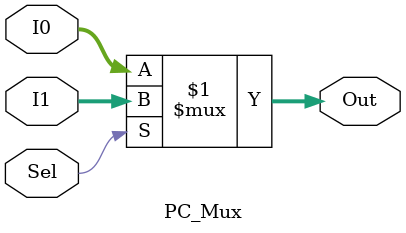
<source format=v>
`timescale 1ns / 1ps

module PC_Mux(I0,I1,Sel,Out);
input [31:0] I0,I1;
input  Sel;
output [31:0] Out;

assign Out = Sel  ? I1 : I0 ;

endmodule

</source>
